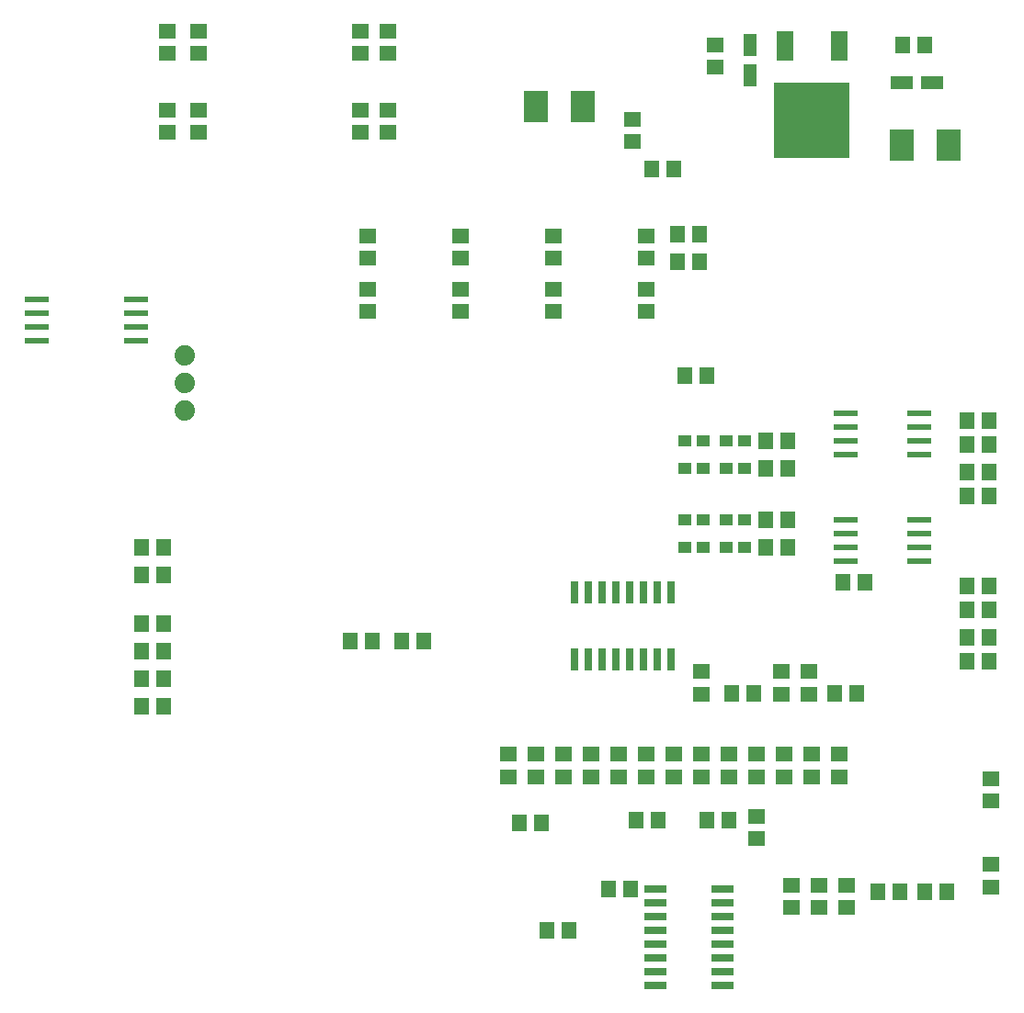
<source format=gtp>
G04 MADE WITH FRITZING*
G04 WWW.FRITZING.ORG*
G04 DOUBLE SIDED*
G04 HOLES PLATED*
G04 CONTOUR ON CENTER OF CONTOUR VECTOR*
%ASAXBY*%
%FSLAX23Y23*%
%MOIN*%
%OFA0B0*%
%SFA1.0B1.0*%
%ADD10C,0.074000*%
%ADD11R,0.055118X0.059055*%
%ADD12R,0.275591X0.275591*%
%ADD13R,0.059055X0.106299*%
%ADD14R,0.047244X0.078740*%
%ADD15R,0.059055X0.055118*%
%ADD16R,0.086614X0.023622*%
%ADD17R,0.090086X0.113708*%
%ADD18R,0.026000X0.080000*%
%ADD19R,0.086900X0.024000*%
%ADD20R,0.047244X0.043307*%
%ADD21R,0.078740X0.047244*%
%ADD22R,0.080000X0.026000*%
%ADD23R,0.001000X0.001000*%
%LNPASTEMASK1*%
G90*
G70*
G54D10*
X607Y2494D03*
X607Y2394D03*
X607Y2294D03*
G54D11*
X1207Y1457D03*
X1288Y1457D03*
G54D12*
X2882Y3345D03*
G54D13*
X2783Y3618D03*
X2980Y3618D03*
G54D14*
X2657Y3620D03*
X2657Y3510D03*
G54D15*
X2232Y3270D03*
X2232Y3351D03*
G54D11*
X2301Y3170D03*
X2382Y3170D03*
G54D16*
X432Y2595D03*
X69Y2595D03*
X432Y2545D03*
X432Y2645D03*
X432Y2695D03*
X69Y2545D03*
X69Y2645D03*
X69Y2695D03*
G54D17*
X3207Y3257D03*
X3376Y3257D03*
X1882Y3395D03*
X2051Y3395D03*
G54D18*
X2019Y1390D03*
X2069Y1390D03*
X2119Y1390D03*
X2169Y1390D03*
X2219Y1390D03*
X2269Y1390D03*
X2319Y1390D03*
X2369Y1390D03*
X2369Y1632D03*
X2319Y1632D03*
X2269Y1632D03*
X2219Y1632D03*
X2169Y1632D03*
X2119Y1632D03*
X2069Y1632D03*
X2019Y1632D03*
G54D19*
X3269Y2132D03*
X3269Y2182D03*
X3269Y2232D03*
X3269Y2282D03*
X3004Y2282D03*
X3004Y2232D03*
X3004Y2182D03*
X3004Y2132D03*
X3269Y1745D03*
X3269Y1795D03*
X3269Y1845D03*
X3269Y1895D03*
X3004Y1895D03*
X3004Y1845D03*
X3004Y1795D03*
X3004Y1745D03*
G54D20*
X2569Y1795D03*
X2636Y1795D03*
X2569Y1895D03*
X2636Y1895D03*
X2569Y2082D03*
X2636Y2082D03*
X2569Y2182D03*
X2636Y2182D03*
X2419Y1795D03*
X2486Y1795D03*
X2419Y1895D03*
X2486Y1895D03*
X2419Y2082D03*
X2486Y2082D03*
X2419Y2182D03*
X2486Y2182D03*
G54D21*
X3207Y3482D03*
X3317Y3482D03*
G54D22*
X2557Y207D03*
X2557Y257D03*
X2557Y307D03*
X2557Y357D03*
X2557Y407D03*
X2557Y457D03*
X2557Y507D03*
X2557Y557D03*
X2315Y557D03*
X2315Y507D03*
X2315Y457D03*
X2315Y407D03*
X2315Y357D03*
X2315Y307D03*
X2315Y257D03*
X2315Y207D03*
G54D11*
X2144Y557D03*
X2225Y557D03*
X532Y1220D03*
X451Y1220D03*
X532Y1520D03*
X451Y1520D03*
X2394Y2932D03*
X2475Y2932D03*
X3292Y3620D03*
X3211Y3620D03*
G54D15*
X2532Y3539D03*
X2532Y3620D03*
G54D11*
X532Y1420D03*
X451Y1420D03*
X532Y1320D03*
X451Y1320D03*
X532Y1795D03*
X451Y1795D03*
G54D15*
X1344Y3302D03*
X1344Y3382D03*
X1244Y3589D03*
X1244Y3670D03*
X1344Y3589D03*
X1344Y3670D03*
X1244Y3302D03*
X1244Y3382D03*
X657Y3589D03*
X657Y3670D03*
X544Y3589D03*
X544Y3670D03*
X657Y3302D03*
X657Y3382D03*
X544Y3302D03*
X544Y3382D03*
G54D11*
X3525Y2257D03*
X3444Y2257D03*
X3525Y1982D03*
X3444Y1982D03*
X3525Y2070D03*
X3444Y2070D03*
X3525Y2170D03*
X3444Y2170D03*
X2419Y2420D03*
X2500Y2420D03*
X3525Y1382D03*
X3444Y1382D03*
X3525Y1470D03*
X3444Y1470D03*
X3525Y1570D03*
X3444Y1570D03*
X3525Y1657D03*
X3444Y1657D03*
G54D15*
X1269Y2652D03*
X1269Y2732D03*
X1607Y2652D03*
X1607Y2732D03*
X1944Y2652D03*
X1944Y2732D03*
X2282Y2652D03*
X2282Y2732D03*
X1269Y2926D03*
X1269Y2845D03*
X1607Y2926D03*
X1607Y2845D03*
X1944Y2926D03*
X1944Y2845D03*
X2282Y2926D03*
X2282Y2845D03*
G54D11*
X2714Y2082D03*
X2794Y2082D03*
X2794Y2182D03*
X2714Y2182D03*
X2325Y807D03*
X2244Y807D03*
X532Y1695D03*
X451Y1695D03*
X2994Y1670D03*
X3075Y1670D03*
G54D15*
X2769Y1345D03*
X2769Y1264D03*
X2082Y964D03*
X2082Y1045D03*
G54D11*
X1394Y1457D03*
X1475Y1457D03*
X2475Y2832D03*
X2394Y2832D03*
G54D15*
X1982Y964D03*
X1982Y1045D03*
X1782Y1045D03*
X1782Y964D03*
G54D11*
X3044Y1266D03*
X2964Y1266D03*
G54D15*
X2482Y1264D03*
X2482Y1345D03*
X3532Y877D03*
X3532Y957D03*
G54D11*
X3289Y545D03*
X3369Y545D03*
X3200Y545D03*
X3119Y545D03*
G54D15*
X3532Y564D03*
X3532Y645D03*
X3007Y570D03*
X3007Y489D03*
X2682Y739D03*
X2682Y820D03*
G54D11*
X2501Y807D03*
X2582Y807D03*
G54D15*
X2882Y964D03*
X2882Y1045D03*
X2807Y489D03*
X2807Y570D03*
X2907Y489D03*
X2907Y570D03*
G54D11*
X1900Y795D03*
X1819Y795D03*
G54D15*
X1882Y964D03*
X1882Y1045D03*
X2182Y964D03*
X2182Y1045D03*
X2982Y964D03*
X2982Y1045D03*
X2682Y964D03*
X2682Y1045D03*
X2582Y964D03*
X2582Y1045D03*
X2782Y964D03*
X2782Y1045D03*
X2482Y964D03*
X2482Y1045D03*
X2282Y964D03*
X2282Y1045D03*
X2382Y964D03*
X2382Y1045D03*
G54D11*
X2714Y1795D03*
X2794Y1795D03*
X2794Y1895D03*
X2714Y1895D03*
X2669Y1266D03*
X2589Y1266D03*
G54D15*
X2869Y1264D03*
X2869Y1345D03*
G54D11*
X1919Y407D03*
X2000Y407D03*
G54D23*
D02*
G04 End of PasteMask1*
M02*
</source>
